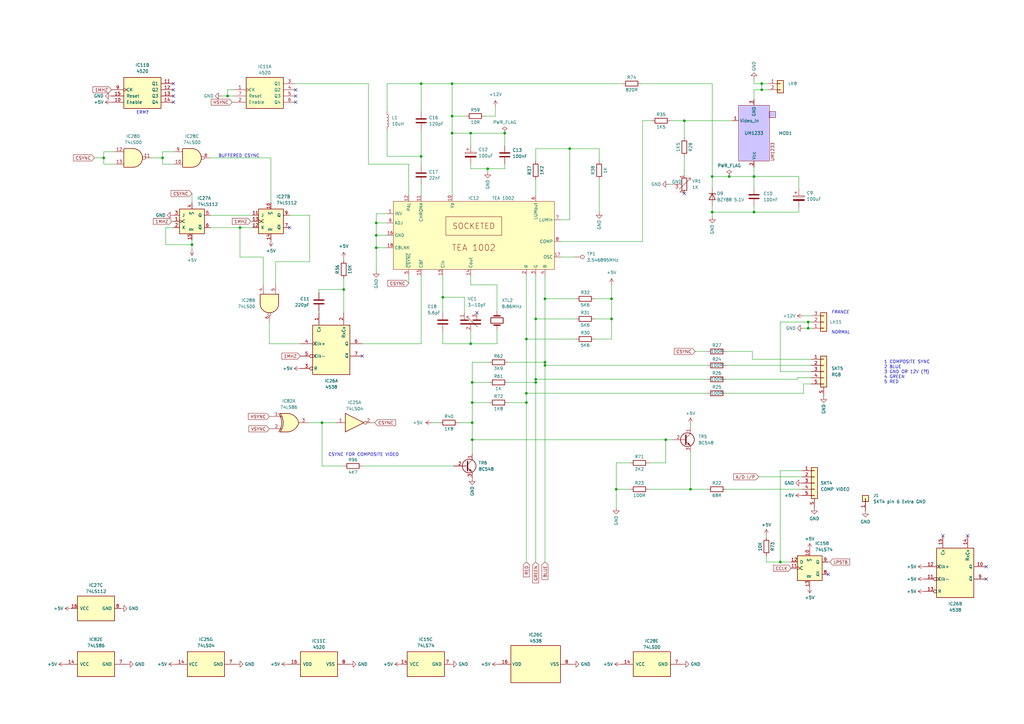
<source format=kicad_sch>
(kicad_sch (version 20230121) (generator eeschema)
  (paper "A3")
  (junction (at 132.08 173.355))
  (junction (at 299.085 72.39))
  (junction (at 219.71 156.845))
  (junction (at 181.61 121.92))
  (junction (at 185.42 34.29))
  (junction (at 193.675 156.845))
  (junction (at 219.71 130.81))
  (junction (at 172.72 34.29))
  (junction (at 223.52 148.59))
  (junction (at 154.305 96.52))
  (junction (at 250.825 130.81))
  (junction (at 283.21 200.66))
  (junction (at 320.04 230.505))
  (junction (at 66.675 64.77))
  (junction (at 215.9 165.1))
  (junction (at 312.42 36.83))
  (junction (at 193.04 140.97))
  (junction (at 250.825 122.555))
  (junction (at 223.52 149.86))
  (junction (at 193.675 173.355))
  (junction (at 215.9 139.065))
  (junction (at 309.245 72.39))
  (junction (at 215.9 161.29))
  (junction (at 200.025 69.215))
  (junction (at 78.74 100.33))
  (junction (at 193.675 165.1))
  (junction (at 331.47 134.62))
  (junction (at 154.305 101.6))
  (junction (at 331.47 132.08))
  (junction (at 185.42 47.625))
  (junction (at 193.04 54.61))
  (junction (at 219.71 155.575))
  (junction (at 223.52 122.555))
  (junction (at 154.305 91.44))
  (junction (at 207.01 54.61))
  (junction (at 93.345 39.37))
  (junction (at 292.1 72.39))
  (junction (at 233.68 60.96))
  (junction (at 312.42 34.29))
  (junction (at 193.675 180.34))
  (junction (at 273.05 180.34))
  (junction (at 252.73 200.66))
  (junction (at 309.245 86.995))
  (junction (at 172.72 64.135))
  (junction (at 98.425 93.345))
  (junction (at 185.42 54.61))
  (junction (at 280.67 49.53))
  (junction (at 140.97 118.745))
  (junction (at 292.1 86.995))
  (junction (at 42.545 64.77))
  (no_connect (at 118.745 93.345))
  (no_connect (at 280.67 79.375))
  (no_connect (at 386.715 219.71))
  (no_connect (at 148.59 146.05))
  (no_connect (at 396.875 219.71))
  (no_connect (at 121.285 41.91))
  (no_connect (at 71.12 34.29))
  (no_connect (at 339.725 235.585))
  (no_connect (at 404.495 237.49))
  (no_connect (at 195.58 128.27))
  (no_connect (at 71.12 39.37))
  (no_connect (at 71.12 36.83))
  (no_connect (at 121.285 39.37))
  (no_connect (at 121.285 36.83))
  (no_connect (at 71.12 41.91))
  (no_connect (at 404.495 232.41))
  (wire (pts (xy 297.815 200.66) (xy 328.93 200.66)))
  (wire (pts (xy 113.03 107.315) (xy 127 107.315)))
  (wire (pts (xy 62.23 64.77) (xy 66.675 64.77)))
  (wire (pts (xy 262.89 34.29) (xy 292.1 34.29)))
  (wire (pts (xy 208.28 165.1) (xy 215.9 165.1)))
  (wire (pts (xy 245.745 86.995) (xy 245.745 73.66)))
  (wire (pts (xy 309.245 72.39) (xy 327.66 72.39)))
  (wire (pts (xy 243.84 122.555) (xy 250.825 122.555)))
  (wire (pts (xy 309.245 68.58) (xy 309.245 72.39)))
  (wire (pts (xy 130.81 127.635) (xy 130.81 128.27)))
  (wire (pts (xy 111.125 64.77) (xy 111.125 83.185)))
  (wire (pts (xy 200.66 148.59) (xy 193.675 148.59)))
  (wire (pts (xy 193.675 156.845) (xy 200.66 156.845)))
  (wire (pts (xy 185.42 34.29) (xy 255.27 34.29)))
  (wire (pts (xy 193.675 165.1) (xy 200.66 165.1)))
  (wire (pts (xy 86.36 64.77) (xy 111.125 64.77)))
  (wire (pts (xy 252.73 200.66) (xy 252.73 208.28)))
  (wire (pts (xy 200.025 69.215) (xy 207.01 69.215)))
  (wire (pts (xy 219.71 66.04) (xy 219.71 60.96)))
  (wire (pts (xy 292.1 84.455) (xy 292.1 86.995)))
  (wire (pts (xy 193.04 140.97) (xy 181.61 140.97)))
  (wire (pts (xy 185.42 54.61) (xy 193.04 54.61)))
  (wire (pts (xy 140.97 114.3) (xy 140.97 118.745)))
  (wire (pts (xy 193.04 67.31) (xy 193.04 69.215)))
  (wire (pts (xy 132.08 173.355) (xy 132.08 191.135)))
  (wire (pts (xy 311.15 195.58) (xy 328.93 195.58)))
  (wire (pts (xy 154.305 91.44) (xy 154.305 96.52)))
  (wire (pts (xy 207.01 69.215) (xy 207.01 67.31)))
  (wire (pts (xy 292.1 86.995) (xy 309.245 86.995)))
  (wire (pts (xy 320.04 230.505) (xy 314.325 230.505)))
  (wire (pts (xy 193.675 148.59) (xy 193.675 156.845)))
  (wire (pts (xy 110.49 140.97) (xy 123.19 140.97)))
  (wire (pts (xy 250.825 130.81) (xy 250.825 122.555)))
  (wire (pts (xy 193.04 69.215) (xy 200.025 69.215)))
  (wire (pts (xy 283.21 185.42) (xy 283.21 200.66)))
  (wire (pts (xy 309.245 84.455) (xy 309.245 86.995)))
  (wire (pts (xy 107.95 105.41) (xy 98.425 105.41)))
  (wire (pts (xy 219.71 130.81) (xy 219.71 113.03)))
  (wire (pts (xy 320.04 193.04) (xy 320.04 230.505)))
  (wire (pts (xy 331.47 132.08) (xy 331.47 134.62)))
  (wire (pts (xy 172.72 64.135) (xy 172.72 67.945)))
  (wire (pts (xy 172.72 75.565) (xy 172.72 80.01)))
  (wire (pts (xy 215.9 165.1) (xy 215.9 230.505)))
  (wire (pts (xy 185.42 47.625) (xy 185.42 54.61)))
  (wire (pts (xy 312.42 34.29) (xy 314.96 34.29)))
  (wire (pts (xy 236.22 122.555) (xy 223.52 122.555)))
  (wire (pts (xy 236.22 139.065) (xy 215.9 139.065)))
  (wire (pts (xy 329.565 129.54) (xy 332.74 129.54)))
  (wire (pts (xy 258.445 189.865) (xy 252.73 189.865)))
  (wire (pts (xy 233.68 90.17) (xy 229.87 90.17)))
  (wire (pts (xy 193.04 135.89) (xy 193.04 140.97)))
  (wire (pts (xy 158.75 53.34) (xy 158.75 64.135)))
  (wire (pts (xy 320.04 152.4) (xy 320.04 132.08)))
  (wire (pts (xy 193.04 54.61) (xy 193.04 59.69)))
  (wire (pts (xy 158.75 45.72) (xy 158.75 34.29)))
  (wire (pts (xy 190.5 128.27) (xy 190.5 121.92)))
  (wire (pts (xy 309.245 34.29) (xy 312.42 34.29)))
  (wire (pts (xy 95.25 41.91) (xy 95.885 41.91)))
  (wire (pts (xy 297.815 149.86) (xy 332.74 149.86)))
  (wire (pts (xy 233.68 60.96) (xy 245.745 60.96)))
  (wire (pts (xy 38.735 64.77) (xy 42.545 64.77)))
  (wire (pts (xy 193.04 113.03) (xy 193.04 116.84)))
  (wire (pts (xy 42.545 67.31) (xy 42.545 64.77)))
  (wire (pts (xy 130.81 120.015) (xy 130.81 118.745)))
  (wire (pts (xy 235.585 105.41) (xy 229.87 105.41)))
  (wire (pts (xy 328.93 193.04) (xy 320.04 193.04)))
  (wire (pts (xy 127 107.315) (xy 127 88.265)))
  (wire (pts (xy 273.05 180.34) (xy 275.59 180.34)))
  (wire (pts (xy 113.03 116.84) (xy 113.03 107.315)))
  (wire (pts (xy 158.75 87.63) (xy 154.305 87.63)))
  (wire (pts (xy 90.805 39.37) (xy 93.345 39.37)))
  (wire (pts (xy 236.22 130.81) (xy 219.71 130.81)))
  (wire (pts (xy 86.36 93.345) (xy 98.425 93.345)))
  (wire (pts (xy 185.42 54.61) (xy 185.42 80.01)))
  (wire (pts (xy 198.755 47.625) (xy 203.2 47.625)))
  (wire (pts (xy 126.365 173.355) (xy 132.08 173.355)))
  (wire (pts (xy 215.9 139.065) (xy 215.9 161.29)))
  (wire (pts (xy 151.13 67.31) (xy 167.64 67.31)))
  (wire (pts (xy 243.84 130.81) (xy 250.825 130.81)))
  (wire (pts (xy 190.5 121.92) (xy 181.61 121.92)))
  (wire (pts (xy 193.675 156.845) (xy 193.675 165.1)))
  (wire (pts (xy 172.72 140.97) (xy 172.72 113.03)))
  (wire (pts (xy 177.165 173.355) (xy 180.34 173.355)))
  (wire (pts (xy 297.815 155.575) (xy 327.025 155.575)))
  (wire (pts (xy 207.01 54.61) (xy 207.01 59.69)))
  (wire (pts (xy 98.425 93.345) (xy 103.505 93.345)))
  (wire (pts (xy 273.05 189.865) (xy 266.065 189.865)))
  (wire (pts (xy 203.835 140.97) (xy 193.04 140.97)))
  (wire (pts (xy 121.285 34.29) (xy 151.13 34.29)))
  (wire (pts (xy 193.675 180.34) (xy 273.05 180.34)))
  (wire (pts (xy 285.115 144.145) (xy 290.195 144.145)))
  (wire (pts (xy 280.67 49.53) (xy 280.67 56.515)))
  (wire (pts (xy 172.72 34.29) (xy 172.72 45.72)))
  (wire (pts (xy 193.04 54.61) (xy 207.01 54.61)))
  (wire (pts (xy 140.97 118.745) (xy 140.97 128.27)))
  (wire (pts (xy 187.96 173.355) (xy 193.675 173.355)))
  (wire (pts (xy 78.74 100.33) (xy 78.74 102.235)))
  (wire (pts (xy 46.99 67.31) (xy 42.545 67.31)))
  (wire (pts (xy 219.71 155.575) (xy 219.71 130.81)))
  (wire (pts (xy 208.28 156.845) (xy 219.71 156.845)))
  (wire (pts (xy 283.21 200.66) (xy 290.195 200.66)))
  (wire (pts (xy 312.42 36.83) (xy 314.96 36.83)))
  (wire (pts (xy 127 88.265) (xy 118.745 88.265)))
  (wire (pts (xy 327.025 155.575) (xy 327.025 154.94)))
  (wire (pts (xy 219.71 156.845) (xy 219.71 155.575)))
  (wire (pts (xy 172.72 34.29) (xy 185.42 34.29)))
  (wire (pts (xy 309.245 36.83) (xy 312.42 36.83)))
  (wire (pts (xy 203.2 47.625) (xy 203.2 43.815)))
  (wire (pts (xy 329.565 157.48) (xy 332.74 157.48)))
  (wire (pts (xy 154.305 87.63) (xy 154.305 91.44)))
  (wire (pts (xy 314.325 227.965) (xy 314.325 230.505)))
  (wire (pts (xy 42.545 62.23) (xy 46.99 62.23)))
  (wire (pts (xy 263.525 99.06) (xy 263.525 49.53)))
  (wire (pts (xy 181.61 135.89) (xy 181.61 140.97)))
  (wire (pts (xy 67.945 100.33) (xy 67.945 93.345)))
  (wire (pts (xy 309.245 86.995) (xy 327.66 86.995)))
  (wire (pts (xy 167.64 116.205) (xy 167.64 113.03)))
  (wire (pts (xy 66.675 67.31) (xy 66.675 64.77)))
  (wire (pts (xy 250.825 139.065) (xy 250.825 130.81)))
  (wire (pts (xy 215.9 161.29) (xy 290.195 161.29)))
  (wire (pts (xy 181.61 113.03) (xy 181.61 121.92)))
  (wire (pts (xy 297.815 161.29) (xy 329.565 161.29)))
  (wire (pts (xy 215.9 113.03) (xy 215.9 139.065)))
  (wire (pts (xy 324.485 230.505) (xy 320.04 230.505)))
  (wire (pts (xy 148.59 140.97) (xy 172.72 140.97)))
  (wire (pts (xy 320.04 132.08) (xy 331.47 132.08)))
  (wire (pts (xy 102.87 90.805) (xy 103.505 90.805)))
  (wire (pts (xy 312.42 34.29) (xy 312.42 36.83)))
  (wire (pts (xy 215.9 161.29) (xy 215.9 165.1)))
  (wire (pts (xy 186.055 191.135) (xy 148.59 191.135)))
  (wire (pts (xy 153.67 173.355) (xy 153.035 173.355)))
  (wire (pts (xy 71.12 67.31) (xy 66.675 67.31)))
  (wire (pts (xy 70.485 90.805) (xy 71.12 90.805)))
  (wire (pts (xy 200.025 70.485) (xy 200.025 69.215)))
  (wire (pts (xy 78.74 98.425) (xy 78.74 100.33)))
  (wire (pts (xy 167.64 67.31) (xy 167.64 80.01)))
  (wire (pts (xy 329.565 161.29) (xy 329.565 157.48)))
  (wire (pts (xy 219.71 80.01) (xy 219.71 73.66)))
  (wire (pts (xy 154.305 91.44) (xy 158.75 91.44)))
  (wire (pts (xy 327.66 72.39) (xy 327.66 77.47)))
  (wire (pts (xy 193.04 116.84) (xy 203.835 116.84)))
  (wire (pts (xy 172.72 53.34) (xy 172.72 64.135)))
  (wire (pts (xy 154.305 101.6) (xy 158.75 101.6)))
  (wire (pts (xy 309.245 34.29) (xy 309.245 32.385)))
  (wire (pts (xy 93.345 39.37) (xy 95.885 39.37)))
  (wire (pts (xy 223.52 149.86) (xy 223.52 230.505)))
  (wire (pts (xy 181.61 121.92) (xy 181.61 128.27)))
  (wire (pts (xy 132.08 191.135) (xy 140.97 191.135)))
  (wire (pts (xy 219.71 156.845) (xy 219.71 230.505)))
  (wire (pts (xy 110.49 175.895) (xy 111.125 175.895)))
  (wire (pts (xy 151.13 34.29) (xy 151.13 67.31)))
  (wire (pts (xy 66.675 62.23) (xy 71.12 62.23)))
  (wire (pts (xy 250.825 122.555) (xy 250.825 116.84)))
  (wire (pts (xy 327.025 154.94) (xy 332.74 154.94)))
  (wire (pts (xy 158.75 34.29) (xy 172.72 34.29)))
  (wire (pts (xy 219.71 155.575) (xy 290.195 155.575)))
  (wire (pts (xy 245.745 60.96) (xy 245.745 66.04)))
  (wire (pts (xy 243.84 139.065) (xy 250.825 139.065)))
  (wire (pts (xy 292.1 72.39) (xy 292.1 76.835)))
  (wire (pts (xy 252.73 189.865) (xy 252.73 200.66)))
  (wire (pts (xy 283.21 173.99) (xy 283.21 175.26)))
  (wire (pts (xy 223.52 148.59) (xy 223.52 122.555)))
  (wire (pts (xy 320.04 152.4) (xy 332.74 152.4)))
  (wire (pts (xy 203.835 116.84) (xy 203.835 127.635)))
  (wire (pts (xy 78.74 100.33) (xy 67.945 100.33)))
  (wire (pts (xy 266.065 200.66) (xy 283.21 200.66)))
  (wire (pts (xy 331.47 132.08) (xy 332.74 132.08)))
  (wire (pts (xy 331.47 134.62) (xy 332.74 134.62)))
  (wire (pts (xy 193.675 173.355) (xy 193.675 180.34)))
  (wire (pts (xy 98.425 105.41) (xy 98.425 93.345)))
  (wire (pts (xy 329.565 134.62) (xy 331.47 134.62)))
  (wire (pts (xy 95.885 36.83) (xy 93.345 36.83)))
  (wire (pts (xy 297.815 144.145) (xy 308.61 144.145)))
  (wire (pts (xy 193.675 186.055) (xy 193.675 180.34)))
  (wire (pts (xy 252.73 200.66) (xy 258.445 200.66)))
  (wire (pts (xy 299.085 72.39) (xy 292.1 72.39)))
  (wire (pts (xy 185.42 34.29) (xy 185.42 47.625)))
  (wire (pts (xy 308.61 144.145) (xy 308.61 147.32)))
  (wire (pts (xy 110.49 140.97) (xy 110.49 132.08)))
  (wire (pts (xy 130.81 118.745) (xy 140.97 118.745)))
  (wire (pts (xy 292.1 34.29) (xy 292.1 72.39)))
  (wire (pts (xy 208.28 148.59) (xy 223.52 148.59)))
  (wire (pts (xy 308.61 147.32) (xy 332.74 147.32)))
  (wire (pts (xy 132.08 173.355) (xy 137.795 173.355)))
  (wire (pts (xy 203.835 135.255) (xy 203.835 140.97)))
  (wire (pts (xy 140.97 106.045) (xy 140.97 106.68)))
  (wire (pts (xy 223.52 148.59) (xy 223.52 149.86)))
  (wire (pts (xy 309.245 72.39) (xy 309.245 76.835)))
  (wire (pts (xy 78.74 79.375) (xy 78.74 83.185)))
  (wire (pts (xy 154.305 101.6) (xy 154.305 111.125)))
  (wire (pts (xy 154.305 96.52) (xy 154.305 101.6)))
  (wire (pts (xy 110.49 170.815) (xy 111.125 170.815)))
  (wire (pts (xy 67.945 93.345) (xy 71.12 93.345)))
  (wire (pts (xy 219.71 60.96) (xy 233.68 60.96)))
  (wire (pts (xy 229.87 99.06) (xy 263.525 99.06)))
  (wire (pts (xy 233.68 60.96) (xy 233.68 90.17)))
  (wire (pts (xy 309.245 72.39) (xy 299.085 72.39)))
  (wire (pts (xy 314.325 219.71) (xy 314.325 220.345)))
  (wire (pts (xy 154.305 96.52) (xy 158.75 96.52)))
  (wire (pts (xy 274.955 49.53) (xy 280.67 49.53)))
  (wire (pts (xy 327.66 85.09) (xy 327.66 86.995)))
  (wire (pts (xy 191.135 47.625) (xy 185.42 47.625)))
  (wire (pts (xy 340.36 230.505) (xy 339.725 230.505)))
  (wire (pts (xy 280.67 49.53) (xy 300.355 49.53)))
  (wire (pts (xy 292.1 88.9) (xy 292.1 86.995)))
  (wire (pts (xy 280.67 64.135) (xy 280.67 71.755)))
  (wire (pts (xy 107.95 116.84) (xy 107.95 105.41)))
  (wire (pts (xy 193.675 165.1) (xy 193.675 173.355)))
  (wire (pts (xy 309.245 36.83) (xy 309.245 40.64)))
  (wire (pts (xy 223.52 122.555) (xy 223.52 113.03)))
  (wire (pts (xy 263.525 49.53) (xy 267.335 49.53)))
  (wire (pts (xy 93.345 36.83) (xy 93.345 39.37)))
  (wire (pts (xy 290.195 149.86) (xy 223.52 149.86)))
  (wire (pts (xy 42.545 64.77) (xy 42.545 62.23)))
  (wire (pts (xy 66.675 64.77) (xy 66.675 62.23)))
  (wire (pts (xy 274.32 75.565) (xy 275.59 75.565)))
  (wire (pts (xy 273.05 180.34) (xy 273.05 189.865)))
  (wire (pts (xy 86.36 88.265) (xy 103.505 88.265)))
  (wire (pts (xy 158.75 64.135) (xy 172.72 64.135)))
  (text "1 COMPOSITE SYNC\n2 BLUE\n3 GND OR 12V (?!)\n4 GREEN\n5 RED" (at 362.585 157.48 0) (effects (font (size 1.27 1.27)) (justify left bottom)))
  (text "BUFFERED CSYNC" (at 89.535 64.77 0) (effects (font (size 1.27 1.27)) (justify left bottom)))
  (text "FRANCE" (at 340.995 128.905 0) (effects (font (size 1.27 1.27) italic) (justify left bottom)))
  (text "NORMAL" (at 340.995 137.16 0) (effects (font (size 1.27 1.27)) (justify left bottom)))
  (text "CSYNC FOR COMPOSITE VIDEO" (at 134.62 187.325 0) (effects (font (size 1.27 1.27)) (justify left bottom)))
  (text "ERM?" (at 55.88 46.99 0) (effects (font (size 1.27 1.27)) (justify left bottom)))
  (global_label "HSYNC" (shape input) (at 95.25 41.91 180) (property "Intersheetrefs" "${INTERSHEET_REFS}" (effects hide)))
  (global_label "A{slash}D I{slash}P" (shape input) (at 311.15 195.58 180) (property "Intersheetrefs" "${INTERSHEET_REFS}" (effects hide)))
  (global_label "CSYNC" (shape input) (at 153.67 173.355 0) (property "Intersheetrefs" "${INTERSHEET_REFS}" (effects hide)))
  (global_label "GREEN" (shape input) (at 219.71 230.505 270) (property "Intersheetrefs" "${INTERSHEET_REFS}" (effects hide)))
  (global_label "1MHZ" (shape input) (at 70.485 90.805 180) (property "Intersheetrefs" "${INTERSHEET_REFS}" (effects hide)))
  (global_label "1MHZ" (shape input) (at 45.72 36.83 180) (property "Intersheetrefs" "${INTERSHEET_REFS}" (effects hide)))
  (global_label "CSYNC" (shape input) (at 167.64 116.205 180) (property "Intersheetrefs" "${INTERSHEET_REFS}" (effects hide)))
  (global_label "1MHZ" (shape input) (at 123.19 146.05 180) (property "Intersheetrefs" "${INTERSHEET_REFS}" (effects hide)))
  (global_label "CSYNC" (shape input) (at 78.74 79.375 180) (property "Intersheetrefs" "${INTERSHEET_REFS}" (effects hide)))
  (global_label "RED" (shape input) (at 215.9 230.505 270) (property "Intersheetrefs" "${INTERSHEET_REFS}" (effects hide)))
  (global_label "CCLK" (shape input) (at 324.485 233.045 180) (property "Intersheetrefs" "${INTERSHEET_REFS}" (effects hide)))
  (global_label "VSYNC" (shape input) (at 110.49 175.895 180) (property "Intersheetrefs" "${INTERSHEET_REFS}" (effects hide)))
  (global_label "BLUE" (shape input) (at 223.52 230.505 270) (property "Intersheetrefs" "${INTERSHEET_REFS}" (effects hide)))
  (global_label "LPSTB" (shape input) (at 340.36 230.505 0) (property "Intersheetrefs" "${INTERSHEET_REFS}" (effects hide)))
  (global_label "HSYNC" (shape input) (at 110.49 170.815 180) (property "Intersheetrefs" "${INTERSHEET_REFS}" (effects hide)))
  (global_label "1MHZ" (shape input) (at 102.87 90.805 180) (property "Intersheetrefs" "${INTERSHEET_REFS}" (effects hide)))
  (global_label "CSYNC" (shape input) (at 38.735 64.77 180) (property "Intersheetrefs" "${INTERSHEET_REFS}" (effects hide)))
  (global_label "CSYNC" (shape input) (at 285.115 144.145 180) (property "Intersheetrefs" "${INTERSHEET_REFS}" (effects hide)))
  (symbol (lib_id "power:+5V") (at 111.125 98.425 180) (unit 1)
    (property "Reference" "#PWR0270" (effects hide))
    (property "Value" "+5V" (at 111.125 102.87 0))
    (instances (project "lynx96" (path "" (reference "#PWR0270") (unit 1))) (project "lynx128" (path "" (reference "#PWR015") (unit 1)) (path "" (reference "#PWR088") (unit 1)) (path "" (reference "#PWR0165") (unit 1)) (path "" (reference "#PWR0197") (unit 1)) (path "" (reference "#PWR0197") (unit 1)) (path "" (reference "#PWR0237") (unit 1)) (path "" (reference "#PWR0258") (unit 1))))
  )
  (symbol (lib_id "4xxx:4520") (at 108.585 36.83 0) (unit 1)
    (property "Reference" "IC11" (at 108.585 27.305 0))
    (property "Value" "4520" (at 108.585 29.845 0))
    (property "Footprint" "96K-Lynx:DIP-16_W7.62mm" (effects hide))
    (property "Datasheet" "http://www.intersil.com/content/dam/Intersil/documents/cd45/cd4518bms-20bms.pdf" (effects hide))
  )
  (symbol (lib_id "power:GND") (at 184.785 272.415 90) (unit 1)
    (property "Reference" "#PWR056" (effects hide))
    (property "Value" "GND" (at 187.9772 272.415 90) (effects (justify right)))
    (instances (project "lynx96" (path "" (reference "#PWR056") (unit 1)) (path "" (reference "#PWR081") (unit 1))) (project "lynx128" (path "" (reference "#PWR025") (unit 1))))
  )
  (symbol (lib_id "Device:R") (at 194.945 47.625 270) (mirror x) (unit 1)
    (property "Reference" "R59" (at 194.945 45.085 90))
    (property "Value" "10R" (at 194.945 50.165 90))
    (property "Footprint" "96K-Lynx:Resistor 10.16mm" (effects hide))
    (instances (project "lynx96" (path "" (reference "R59") (unit 1))) (project "lynx128" (path "" (reference "R57") (unit 1)) (path "" (reference "R75") (unit 1)) (path "" (reference "R73") (unit 1)) (path "" (reference "R65") (unit 1)) (path "" (reference "R56") (unit 1))))
  )
  (symbol (lib_id "power:GND") (at 71.12 88.265 270) (mirror x) (unit 1)
    (property "Reference" "#PWR0272" (effects hide))
    (property "Value" "GND" (at 67.945 88.265 90) (effects (justify right)))
    (instances (project "lynx96" (path "" (reference "#PWR0272") (unit 1))) (project "lynx128" (path "" (reference "#PWR040") (unit 1)) (path "" (reference "#PWR0203") (unit 1)) (path "" (reference "#PWR051") (unit 1)) (path "" (reference "#PWR087") (unit 1)) (path "" (reference "#PWR0117") (unit 1)) (path "" (reference "#PWR0182") (unit 1)) (path "" (reference "#PWR0204") (unit 1)) (path "" (reference "#PWR0251") (unit 1))))
  )
  (symbol (lib_id "power:GND") (at 97.155 272.415 90) (unit 1)
    (property "Reference" "#PWR056" (effects hide))
    (property "Value" "GND" (at 100.3472 272.415 90) (effects (justify right)))
    (instances (project "lynx96" (path "" (reference "#PWR056") (unit 1)) (path "" (reference "#PWR077") (unit 1))) (project "lynx128" (path "" (reference "#PWR025") (unit 1))))
  )
  (symbol (lib_id "power:+5V") (at 332.105 225.425 0) (unit 1)
    (property "Reference" "#PWR063" (effects hide))
    (property "Value" "+5V" (at 332.105 220.98 0))
    (instances (project "lynx96" (path "" (reference "#PWR063") (unit 1)) (path "" (reference "#PWR084") (unit 1))) (project "lynx128" (path "" (reference "#PWR024") (unit 1))))
  )
  (symbol (lib_id "power:+5V") (at 379.095 242.57 90) (unit 1)
    (property "Reference" "#PWR0260" (effects hide))
    (property "Value" "+5V" (at 375.92 242.57 90) (effects (justify left)))
    (instances (project "lynx96" (path "" (reference "#PWR0260") (unit 1))) (project "lynx128" (path "" (reference "#PWR015") (unit 1)) (path "" (reference "#PWR088") (unit 1)) (path "" (reference "#PWR0165") (unit 1)) (path "" (reference "#PWR0197") (unit 1)) (path "" (reference "#PWR0197") (unit 1)) (path "" (reference "#PWR0237") (unit 1)) (path "" (reference "#PWR0258") (unit 1))))
  )
  (symbol (lib_id "Device:C_Trim_Differential") (at 193.04 132.08 0) (unit 1)
    (property "Reference" "VC1" (at 191.77 122.555 0) (effects (justify left)))
    (property "Value" "3-10pF" (at 191.77 125.095 0) (effects (justify left)))
    (property "Footprint" "96K-Lynx:VC1 Trimmer" (effects hide))
    (instances (project "lynx96" (path "" (reference "VC1") (unit 1))) (project "lynx128" (path "" (reference "CV1") (unit 1))))
  )
  (symbol (lib_id "4xxx:4520") (at 130.81 272.415 90) (unit 3)
    (property "Reference" "IC11" (at 130.81 262.89 90))
    (property "Value" "4520" (at 130.81 265.43 90))
    (property "Footprint" "96K-Lynx:DIP-16_W7.62mm" (effects hide))
    (property "Datasheet" "http://www.intersil.com/content/dam/Intersil/documents/cd45/cd4518bms-20bms.pdf" (effects hide))
  )
  (symbol (lib_id "Transistor_BJT:BC548") (at 280.67 180.34 0) (unit 1)
    (property "Reference" "TR5" (at 286.385 179.07 0) (effects (justify left)))
    (property "Value" "BC548" (at 286.385 181.61 0) (effects (justify left)))
    (property "Footprint" "96K-Lynx:Transistor" (effects hide))
    (property "Datasheet" "https://www.onsemi.com/pub/Collateral/BC550-D.pdf" (effects hide))
    (instances (project "lynx96" (path "" (reference "TR5") (unit 1))) (project "lynx128" (path "" (reference "TR6") (unit 1))))
  )
  (symbol (lib_id "power:+5V") (at 164.465 272.415 90) (unit 1)
    (property "Reference" "#PWR063" (effects hide))
    (property "Value" "+5V" (at 161.29 272.415 90) (effects (justify left)))
    (instances (project "lynx96" (path "" (reference "#PWR063") (unit 1)) (path "" (reference "#PWR082") (unit 1))) (project "lynx128" (path "" (reference "#PWR024") (unit 1))))
  )
  (symbol (lib_id "74xx:74LS00") (at 267.335 272.415 90) (unit 5)
    (property "Reference" "IC28" (at 267.335 262.89 90))
    (property "Value" "74LS00" (at 267.335 265.43 90))
    (property "Footprint" "96K-Lynx:DIP-14_W7.62mm" (effects hide))
    (property "Datasheet" "http://www.ti.com/lit/gpn/sn74ls00" (effects hide))
  )
  (symbol (lib_id "LYNX:DIN5") (at 334.01 198.12 0) (unit 1)
    (property "Reference" "SKT4" (at 336.55 198.12 0) (effects (justify left)))
    (property "Value" "COMP VIDEO" (at 336.55 200.66 0) (effects (justify left)))
    (property "Footprint" "96K-Lynx:SKT5" (effects hide))
    (instances (project "lynx96" (path "" (reference "SKT4") (unit 1))) (project "lynx128" (path "" (reference "SKT3") (unit 1)) (path "" (reference "SKT4") (unit 1))))
  )
  (symbol (lib_id "power:GND") (at 193.675 196.215 0) (mirror y) (unit 1)
    (property "Reference" "#PWR0246" (effects hide))
    (property "Value" "GND" (at 193.675 199.39 90) (effects (justify right)))
    (instances (project "lynx96" (path "" (reference "#PWR0246") (unit 1))) (project "lynx128" (path "" (reference "#PWR040") (unit 1)) (path "" (reference "#PWR0203") (unit 1)) (path "" (reference "#PWR051") (unit 1)) (path "" (reference "#PWR087") (unit 1)) (path "" (reference "#PWR0117") (unit 1)) (path "" (reference "#PWR0182") (unit 1)) (path "" (reference "#PWR0204") (unit 1)) (path "" (reference "#PWR0271") (unit 1))))
  )
  (symbol (lib_id "Device:R") (at 204.47 148.59 270) (mirror x) (unit 1)
    (property "Reference" "R62" (at 204.47 146.05 90))
    (property "Value" "3K9" (at 204.47 151.13 90))
    (property "Footprint" "96K-Lynx:Resistor 3.81mm" (effects hide))
    (instances (project "lynx96" (path "" (reference "R62") (unit 1))) (project "lynx128" (path "" (reference "R57") (unit 1)) (path "" (reference "R75") (unit 1)) (path "" (reference "R73") (unit 1)) (path "" (reference "R65") (unit 1)) (path "" (reference "R30") (unit 1))))
  )
  (symbol (lib_id "4xxx:4520") (at 58.42 36.83 0) (unit 2)
    (property "Reference" "IC11" (at 58.42 26.67 0))
    (property "Value" "4520" (at 58.42 29.21 0))
    (property "Footprint" "96K-Lynx:DIP-16_W7.62mm" (effects hide))
    (property "Datasheet" "http://www.intersil.com/content/dam/Intersil/documents/cd45/cd4518bms-20bms.pdf" (effects hide))
  )
  (symbol (lib_id "74xx:74LS74") (at 174.625 272.415 90) (unit 3)
    (property "Reference" "IC15" (at 174.625 262.255 90))
    (property "Value" "74LS74" (at 174.625 264.795 90))
    (property "Footprint" "96K-Lynx:DIP-14_W7.62mm" (effects hide))
    (property "Datasheet" "74xx/74hc_hct74.pdf" (effects hide))
  )
  (symbol (lib_id "power:+5V") (at 379.095 237.49 90) (unit 1)
    (property "Reference" "#PWR0262" (effects hide))
    (property "Value" "+5V" (at 375.92 237.49 90) (effects (justify left)))
    (instances (project "lynx96" (path "" (reference "#PWR0262") (unit 1))) (project "lynx128" (path "" (reference "#PWR015") (unit 1)) (path "" (reference "#PWR088") (unit 1)) (path "" (reference "#PWR0165") (unit 1)) (path "" (reference "#PWR0197") (unit 1)) (path "" (reference "#PWR0197") (unit 1)) (path "" (reference "#PWR0237") (unit 1)) (path "" (reference "#PWR0258") (unit 1))))
  )
  (symbol (lib_id "power:+5V") (at 118.11 272.415 90) (unit 1)
    (property "Reference" "#PWR063" (effects hide))
    (property "Value" "+5V" (at 114.935 272.415 90) (effects (justify left)))
    (instances (project "lynx96" (path "" (reference "#PWR063") (unit 1)) (path "" (reference "#PWR080") (unit 1))) (project "lynx128" (path "" (reference "#PWR024") (unit 1))))
  )
  (symbol (lib_id "4xxx:4538") (at 219.71 272.415 90) (unit 3)
    (property "Reference" "IC26" (at 219.71 260.35 90))
    (property "Value" "4538" (at 219.71 262.89 90))
    (property "Footprint" "96K-Lynx:DIP-16_W7.62mm" (effects hide))
    (property "Datasheet" "https://assets.nexperia.com/documents/data-sheet/HEF4538B.pdf" (effects hide))
  )
  (symbol (lib_id "power:GND") (at 245.745 86.995 0) (mirror y) (unit 1)
    (property "Reference" "#PWR0247" (effects hide))
    (property "Value" "GND" (at 245.745 90.17 90) (effects (justify right)))
    (instances (project "lynx96" (path "" (reference "#PWR0247") (unit 1))) (project "lynx128" (path "" (reference "#PWR040") (unit 1)) (path "" (reference "#PWR0203") (unit 1)) (path "" (reference "#PWR051") (unit 1)) (path "" (reference "#PWR087") (unit 1)) (path "" (reference "#PWR0117") (unit 1)) (path "" (reference "#PWR0182") (unit 1)) (path "" (reference "#PWR0236") (unit 1)) (path "" (reference "#PWR0254") (unit 1))))
  )
  (symbol (lib_id "power:GND") (at 45.72 39.37 270) (mirror x) (unit 1)
    (property "Reference" "#PWR0268" (effects hide))
    (property "Value" "GND" (at 42.545 39.37 90) (effects (justify right)))
    (instances (project "lynx96" (path "" (reference "#PWR0268") (unit 1))) (project "lynx128" (path "" (reference "#PWR040") (unit 1)) (path "" (reference "#PWR0203") (unit 1)) (path "" (reference "#PWR051") (unit 1)) (path "" (reference "#PWR087") (unit 1)) (path "" (reference "#PWR0117") (unit 1)) (path "" (reference "#PWR0182") (unit 1)) (path "" (reference "#PWR0204") (unit 1)) (path "" (reference "#PWR0271") (unit 1))))
  )
  (symbol (lib_id "Device:R") (at 245.745 69.85 0) (mirror y) (unit 1)
    (property "Reference" "R38" (at 243.205 69.85 90))
    (property "Value" "1K" (at 248.285 69.85 90))
    (property "Footprint" "96K-Lynx:Resistor 10.16mm" (effects hide))
    (instances (project "lynx96" (path "" (reference "R38") (unit 1))) (project "lynx128" (path "" (reference "R57") (unit 1)) (path "" (reference "R75") (unit 1)) (path "" (reference "R73") (unit 1)) (path "" (reference "R65") (unit 1)) (path "" (reference "R54") (unit 1))))
  )
  (symbol (lib_id "power:PWR_FLAG") (at 299.085 72.39 0) (unit 1)
    (property "Reference" "#FLG011" (effects hide))
    (property "Value" "PWR_FLAG" (at 299.085 67.945 0))
    (instances (project "lynx96" (path "" (reference "#FLG011") (unit 1))) (project "lynx128" (path "" (reference "#FLG07") (unit 1))))
  )
  (symbol (lib_id "Connector:TestPoint") (at 235.585 105.41 270) (unit 1)
    (property "Reference" "TP1" (at 240.665 104.14 90) (effects (justify left)))
    (property "Value" "3.546895MHz" (at 240.665 106.68 90) (effects (justify left)))
    (property "Footprint" "96K-Lynx:Test Point" (effects hide))
  )
  (symbol (lib_id "power:PWR_FLAG") (at 207.01 54.61 0) (unit 1)
    (property "Reference" "#FLG010" (effects hide))
    (property "Value" "PWR_FLAG" (at 207.01 50.165 0))
    (instances (project "lynx96" (path "" (reference "#FLG010") (unit 1))) (project "lynx128" (path "" (reference "#FLG06") (unit 1))))
  )
  (symbol (lib_id "power:+5V") (at 78.74 102.235 180) (unit 1)
    (property "Reference" "#PWR0271" (effects hide))
    (property "Value" "+5V" (at 78.74 106.68 0))
    (instances (project "lynx96" (path "" (reference "#PWR0271") (unit 1))) (project "lynx128" (path "" (reference "#PWR015") (unit 1)) (path "" (reference "#PWR088") (unit 1)) (path "" (reference "#PWR0165") (unit 1)) (path "" (reference "#PWR0197") (unit 1)) (path "" (reference "#PWR0197") (unit 1)) (path "" (reference "#PWR0237") (unit 1)) (path "" (reference "#PWR0258") (unit 1))))
  )
  (symbol (lib_id "LYNX:DIN5") (at 337.82 152.4 0) (unit 1)
    (property "Reference" "SKT5" (at 340.995 151.13 0) (effects (justify left)))
    (property "Value" "RGB" (at 340.995 153.67 0) (effects (justify left)))
    (property "Footprint" "96K-Lynx:SKT5" (effects hide))
    (instances (project "lynx96" (path "" (reference "SKT5") (unit 1))) (project "lynx128" (path "" (reference "SKT3") (unit 1)) (path "" (reference "SKT5") (unit 1))))
  )
  (symbol (lib_id "Device:Crystal") (at 203.835 131.445 270) (unit 1)
    (property "Reference" "XTL2" (at 205.74 123.19 90) (effects (justify left)))
    (property "Value" "8.86MHz" (at 205.74 125.73 90) (effects (justify left)))
    (property "Footprint" "96K-Lynx:5.08mm Misc - No Box" (effects hide))
    (instances (project "lynx96" (path "" (reference "XTL2") (unit 1))) (project "lynx128" (path "" (reference "XL1") (unit 1)) (path "" (reference "XL2") (unit 1))))
  )
  (symbol (lib_id "power:GND") (at 252.73 208.28 0) (mirror y) (unit 1)
    (property "Reference" "#PWR0249" (effects hide))
    (property "Value" "GND" (at 252.73 211.455 90) (effects (justify right)))
    (instances (project "lynx96" (path "" (reference "#PWR0249") (unit 1))) (project "lynx128" (path "" (reference "#PWR040") (unit 1)) (path "" (reference "#PWR0203") (unit 1)) (path "" (reference "#PWR051") (unit 1)) (path "" (reference "#PWR087") (unit 1)) (path "" (reference "#PWR0117") (unit 1)) (path "" (reference "#PWR0182") (unit 1)) (path "" (reference "#PWR0204") (unit 1)) (path "" (reference "#PWR0271") (unit 1))))
  )
  (symbol (lib_id "power:GND") (at 200.025 70.485 0) (mirror y) (unit 1)
    (property "Reference" "#PWR0244" (effects hide))
    (property "Value" "GND" (at 200.025 73.66 90) (effects (justify right)))
    (instances (project "lynx96" (path "" (reference "#PWR0244") (unit 1))) (project "lynx128" (path "" (reference "#PWR040") (unit 1)) (path "" (reference "#PWR0203") (unit 1)) (path "" (reference "#PWR051") (unit 1)) (path "" (reference "#PWR087") (unit 1)) (path "" (reference "#PWR0117") (unit 1)) (path "" (reference "#PWR0182") (unit 1)) (path "" (reference "#PWR0236") (unit 1)) (path "" (reference "#PWR0253") (unit 1))))
  )
  (symbol (lib_id "Device:R") (at 240.03 130.81 270) (mirror x) (unit 1)
    (property "Reference" "R31" (at 240.03 128.27 90))
    (property "Value" "5K6" (at 240.03 133.35 90))
    (property "Footprint" "96K-Lynx:Resistor 3.81mm" (effects hide))
    (instances (project "lynx96" (path "" (reference "R31") (unit 1))) (project "lynx128" (path "" (reference "R57") (unit 1)) (path "" (reference "R75") (unit 1)) (path "" (reference "R73") (unit 1)) (path "" (reference "R65") (unit 1)) (path "" (reference "R49") (unit 1))))
  )
  (symbol (lib_id "power:+5V") (at 314.325 219.71 0) (unit 1)
    (property "Reference" "#PWR085" (effects hide))
    (property "Value" "+5V" (at 314.325 215.265 0))
    (instances (project "lynx96" (path "" (reference "#PWR085") (unit 1))) (project "lynx128" (path "" (reference "#PWR015") (unit 1)) (path "" (reference "#PWR088") (unit 1)) (path "" (reference "#PWR0165") (unit 1)) (path "" (reference "#PWR0197") (unit 1)) (path "" (reference "#PWR0197") (unit 1)) (path "" (reference "#PWR0237") (unit 1)) (path "" (reference "#PWR0275") (unit 1))))
  )
  (symbol (lib_id "Device:R") (at 262.255 200.66 270) (mirror x) (unit 1)
    (property "Reference" "R23" (at 262.255 198.12 90))
    (property "Value" "100R" (at 262.255 203.2 90))
    (property "Footprint" "96K-Lynx:Resistor 10.16mm" (effects hide))
    (instances (project "lynx96" (path "" (reference "R23") (unit 1))) (project "lynx128" (path "" (reference "R57") (unit 1)) (path "" (reference "R75") (unit 1)) (path "" (reference "R73") (unit 1)) (path "" (reference "R65") (unit 1)) (path "" (reference "R27") (unit 1))))
  )
  (symbol (lib_id "power:GND") (at 143.51 272.415 90) (unit 1)
    (property "Reference" "#PWR056" (effects hide))
    (property "Value" "GND" (at 146.7022 272.415 90) (effects (justify right)))
    (instances (project "lynx96" (path "" (reference "#PWR056") (unit 1)) (path "" (reference "#PWR079") (unit 1))) (project "lynx128" (path "" (reference "#PWR025") (unit 1))))
  )
  (symbol (lib_id "LYNX:MODULATOR") (at 309.245 54.61 0) (unit 1)
    (property "Reference" "MOD1" (at 319.405 54.6655 0) (effects (justify left)))
    (property "Value" "UM1233" (at 309.245 54.61 0))
    (property "Footprint" "96K-Lynx:Modulator" (effects hide))
  )
  (symbol (lib_id "Device:R") (at 280.67 60.325 0) (mirror x) (unit 1)
    (property "Reference" "R28" (at 283.21 60.325 90))
    (property "Value" "1K5" (at 278.13 60.325 90))
    (property "Footprint" "96K-Lynx:Resistor R85" (effects hide))
    (instances (project "lynx96" (path "" (reference "R28") (unit 1))) (project "lynx128" (path "" (reference "R57") (unit 1)) (path "" (reference "R75") (unit 1)) (path "" (reference "R73") (unit 1)) (path "" (reference "R65") (unit 1)) (path "" (reference "R51") (unit 1))))
  )
  (symbol (lib_id "power:GND") (at 334.01 208.28 0) (unit 1)
    (property "Reference" "#PWR088" (effects hide))
    (property "Value" "GND" (at 334.01 212.725 0))
    (instances (project "lynx96" (path "" (reference "#PWR088") (unit 1))) (project "lynx128" (path "" (reference "#PWR045") (unit 1)) (path "" (reference "#PWR0220") (unit 1)) (path "" (reference "#PWR0272") (unit 1))))
  )
  (symbol (lib_id "74xx:74LS00") (at 54.61 64.77 0) (unit 4)
    (property "Reference" "IC28" (at 54.6017 55.88 0))
    (property "Value" "74LS00" (at 54.6017 58.42 0))
    (property "Footprint" "96K-Lynx:DIP-14_W7.62mm" (effects hide))
    (property "Datasheet" "http://www.ti.com/lit/gpn/sn74ls00" (effects hide))
  )
  (symbol (lib_id "74xx:74LS86") (at 39.37 272.415 90) (unit 5)
    (property "Reference" "IC82" (at 39.37 262.255 90))
    (property "Value" "74LS86" (at 39.37 264.795 90))
    (property "Footprint" "96K-Lynx:DIP-14_W7.62mm" (effects hide))
    (property "Datasheet" "74xx/74ls86.pdf" (effects hide))
  )
  (symbol (lib_id "Device:R") (at 314.325 224.155 0) (mirror x) (unit 1)
    (property "Reference" "R73" (at 316.865 224.155 90))
    (property "Value" "10K" (at 311.785 224.155 90))
    (property "Footprint" "96K-Lynx:Resistor 5.08mm" (effects hide))
    (instances (project "lynx96" (path "" (reference "R73") (unit 1))) (project "lynx128" (path "" (reference "R57") (unit 1)) (path "" (reference "R75") (unit 1)) (path "" (reference "R73") (unit 1)) (path "" (reference "R65") (unit 1)) (path "" (reference "R66") (unit 1))))
  )
  (symbol (lib_id "power:+5V") (at 328.93 203.2 90) (unit 1)
    (property "Reference" "#PWR087" (effects hide))
    (property "Value" "+5V" (at 325.755 203.2 90) (effects (justify left)))
    (instances (project "lynx96" (path "" (reference "#PWR087") (unit 1))) (project "lynx128" (path "" (reference "#PWR015") (unit 1)) (path "" (reference "#PWR088") (unit 1)) (path "" (reference "#PWR0165") (unit 1)) (path "" (reference "#PWR0197") (unit 1)) (path "" (reference "#PWR0197") (unit 1)) (path "" (reference "#PWR0237") (unit 1)) (path "" (reference "#PWR0273") (unit 1))))
  )
  (symbol (lib_id "74xx:74LS04") (at 84.455 272.415 90) (unit 7)
    (property "Reference" "IC25" (at 84.455 262.255 90))
    (property "Value" "74LS04" (at 84.455 264.795 90))
    (property "Footprint" "96K-Lynx:DIP-14_W7.62mm" (effects hide))
    (property "Datasheet" "http://www.ti.com/lit/gpn/sn74LS04" (effects hide))
  )
  (symbol (lib_id "Device:R") (at 140.97 110.49 0) (mirror y) (unit 1)
    (property "Reference" "R36" (at 138.43 110.49 90))
    (property "Value" "10K" (at 143.51 110.49 90))
    (property "Footprint" "96K-Lynx:Resistor 3.81mm" (effects hide))
    (instances (project "lynx96" (path "" (reference "R36") (unit 1))) (project "lynx128" (path "" (reference "R57") (unit 1)) (path "" (reference "R75") (unit 1)) (path "" (reference "R73") (unit 1)) (path "" (reference "R65") (unit 1)) (path "" (reference "R30") (unit 1))))
  )
  (symbol (lib_id "4xxx:4538") (at 391.795 234.95 0) (unit 2)
    (property "Reference" "IC26" (at 391.795 247.65 0))
    (property "Value" "4538" (at 391.795 250.19 0))
    (property "Footprint" "96K-Lynx:DIP-16_W7.62mm" (effects hide))
    (property "Datasheet" "https://assets.nexperia.com/documents/data-sheet/HEF4538B.pdf" (effects hide))
  )
  (symbol (lib_id "LYNX:VR1") (at 280.67 75.565 0) (unit 1)
    (property "Reference" "VR1" (at 283.845 74.295 0) (effects (justify left)))
    (property "Value" "1K" (at 283.845 76.835 0) (effects (justify left)))
    (property "Footprint" "96K-Lynx:VR1" (effects hide))
  )
  (symbol (lib_id "74xx:74LS112") (at 39.37 249.555 90) (unit 3)
    (property "Reference" "IC27" (at 39.37 240.03 90))
    (property "Value" "74LS112" (at 39.37 242.57 90))
    (property "Footprint" "96K-Lynx:DIP-16_W7.62mm" (effects hide))
    (property "Datasheet" "http://www.ti.com/lit/gpn/sn74LS112" (effects hide))
  )
  (symbol (lib_id "power:+5V") (at 332.105 240.665 180) (unit 1)
    (property "Reference" "#PWR063" (effects hide))
    (property "Value" "+5V" (at 332.105 245.11 0))
    (instances (project "lynx96" (path "" (reference "#PWR063") (unit 1)) (path "" (reference "#PWR083") (unit 1))) (project "lynx128" (path "" (reference "#PWR024") (unit 1))))
  )
  (symbol (lib_id "power:+5V") (at 250.825 116.84 0) (unit 1)
    (property "Reference" "#PWR0248" (effects hide))
    (property "Value" "+5V" (at 250.825 111.76 0))
    (instances (project "lynx96" (path "" (reference "#PWR0248") (unit 1))) (project "lynx128" (path "" (reference "#PWR015") (unit 1)) (path "" (reference "#PWR088") (unit 1)) (path "" (reference "#PWR0165") (unit 1)) (path "" (reference "#PWR0197") (unit 1)) (path "" (reference "#PWR0197") (unit 1)) (path "" (reference "#PWR0237") (unit 1)) (path "" (reference "#PWR0258") (unit 1))))
  )
  (symbol (lib_id "LYNX:TEA1002") (at 194.31 96.52 0) (unit 1)
    (property "Reference" "IC12" (at 194.31 81.28 0))
    (property "Value" "TEA 1002" (at 206.375 81.28 0))
    (property "Footprint" "96K-Lynx:DIP-18_W7.62mm" (effects hide))
    (instances (project "lynx96" (path "" (reference "IC12") (unit 1))) (project "lynx128" (path "" (reference "IC10") (unit 1))))
  )
  (symbol (lib_id "4xxx:4538") (at 135.89 143.51 0) (unit 1)
    (property "Reference" "IC26" (at 135.89 156.21 0))
    (property "Value" "4538" (at 135.89 158.75 0))
    (property "Footprint" "96K-Lynx:DIP-16_W7.62mm" (effects hide))
    (property "Datasheet" "https://assets.nexperia.com/documents/data-sheet/HEF4538B.pdf" (effects hide))
  )
  (symbol (lib_id "Connector_Generic:Conn_01x01") (at 354.965 204.47 90) (unit 1)
    (property "Reference" "J1" (at 358.14 203.2 90) (effects (justify right)))
    (property "Value" "SKT4 pin 6 Extra GND" (at 358.14 205.74 90) (effects (justify right)))
    (property "Footprint" "96K-Lynx:Pin" (effects hide))
  )
  (symbol (lib_id "Device:R") (at 262.255 189.865 270) (mirror x) (unit 1)
    (property "Reference" "R71" (at 262.255 187.325 90))
    (property "Value" "2K2" (at 262.255 192.405 90))
    (property "Footprint" "96K-Lynx:Resistor R12" (effects hide))
    (instances (project "lynx96" (path "" (reference "R71") (unit 1))) (project "lynx128" (path "" (reference "R57") (unit 1)) (path "" (reference "R75") (unit 1)) (path "" (reference "R73") (unit 1)) (path "" (reference "R65") (unit 1)) (path "" (reference "R46") (unit 1))))
  )
  (symbol (lib_id "power:GND") (at 154.305 111.125 0) (mirror y) (unit 1)
    (property "Reference" "#PWR0242" (effects hide))
    (property "Value" "GND" (at 154.305 114.3 90) (effects (justify right)))
    (instances (project "lynx96" (path "" (reference "#PWR0242") (unit 1))) (project "lynx128" (path "" (reference "#PWR040") (unit 1)) (path "" (reference "#PWR0203") (unit 1)) (path "" (reference "#PWR051") (unit 1)) (path "" (reference "#PWR087") (unit 1)) (path "" (reference "#PWR0117") (unit 1)) (path "" (reference "#PWR0182") (unit 1)) (path "" (reference "#PWR0204") (unit 1)) (path "" (reference "#PWR0251") (unit 1))))
  )
  (symbol (lib_id "Device:R") (at 144.78 191.135 90) (unit 1)
    (property "Reference" "R96" (at 144.78 188.595 90))
    (property "Value" "4K7" (at 144.78 193.675 90))
    (property "Footprint" "96K-Lynx:Resistor 3.81mm" (effects hide))
    (instances (project "lynx96" (path "" (reference "R96") (unit 1)) (path "" (reference "R85") (unit 1)) (path "" (reference "R39") (unit 1))) (project "lynx128" (path "" (reference "R60") (unit 1))))
  )
  (symbol (lib_id "Device:R") (at 219.71 69.85 0) (mirror y) (unit 1)
    (property "Reference" "R37" (at 217.17 69.85 90))
    (property "Value" "1K2" (at 222.25 69.85 90))
    (property "Footprint" "96K-Lynx:Resistor 10.16mm" (effects hide))
    (instances (project "lynx96" (path "" (reference "R37") (unit 1))) (project "lynx128" (path "" (reference "R57") (unit 1)) (path "" (reference "R75") (unit 1)) (path "" (reference "R73") (unit 1)) (path "" (reference "R65") (unit 1)) (path "" (reference "R55") (unit 1))))
  )
  (symbol (lib_id "power:GND") (at 90.805 39.37 270) (mirror x) (unit 1)
    (property "Reference" "#PWR0267" (effects hide))
    (property "Value" "GND" (at 87.63 39.37 90) (effects (justify right)))
    (instances (project "lynx96" (path "" (reference "#PWR0267") (unit 1))) (project "lynx128" (path "" (reference "#PWR040") (unit 1)) (path "" (reference "#PWR0203") (unit 1)) (path "" (reference "#PWR051") (unit 1)) (path "" (reference "#PWR087") (unit 1)) (path "" (reference "#PWR0117") (unit 1)) (path "" (reference "#PWR0182") (unit 1)) (path "" (reference "#PWR0204") (unit 1)) (path "" (reference "#PWR0271") (unit 1))))
  )
  (symbol (lib_id "Device:R") (at 240.03 139.065 270) (mirror x) (unit 1)
    (property "Reference" "R30" (at 240.03 136.525 90))
    (property "Value" "5K6" (at 240.03 141.605 90))
    (property "Footprint" "96K-Lynx:Resistor 3.81mm" (effects hide))
    (instances (project "lynx96" (path "" (reference "R30") (unit 1))) (project "lynx128" (path "" (reference "R57") (unit 1)) (path "" (reference "R75") (unit 1)) (path "" (reference "R73") (unit 1)) (path "" (reference "R65") (unit 1)) (path "" (reference "R50") (unit 1))))
  )
  (symbol (lib_id "Device:R") (at 184.15 173.355 270) (mirror x) (unit 1)
    (property "Reference" "R40" (at 184.15 170.815 90))
    (property "Value" "1K8" (at 184.15 175.895 90))
    (property "Footprint" "96K-Lynx:Resistor R40" (effects hide))
    (instances (project "lynx96" (path "" (reference "R40") (unit 1))) (project "lynx128" (path "" (reference "R57") (unit 1)) (path "" (reference "R75") (unit 1)) (path "" (reference "R73") (unit 1)) (path "" (reference "R65") (unit 1)) (path "" (reference "R46") (unit 1))))
  )
  (symbol (lib_id "power:GND") (at 354.965 209.55 0) (unit 1)
    (property "Reference" "#PWR0300" (effects hide))
    (property "Value" "GND" (at 354.965 213.995 0))
    (instances (project "lynx96" (path "" (reference "#PWR0300") (unit 1))) (project "lynx128" (path "" (reference "#PWR045") (unit 1)) (path "" (reference "#PWR0220") (unit 1)) (path "" (reference "#PWR0272") (unit 1))))
  )
  (symbol (lib_id "Device:C_Polarized") (at 193.04 63.5 0) (unit 1)
    (property "Reference" "C12" (at 196.215 61.341 0) (effects (justify left)))
    (property "Value" "100uF" (at 196.215 63.881 0) (effects (justify left)))
    (property "Footprint" "96K-Lynx:Elec C12" (effects hide))
    (instances (project "lynx96" (path "" (reference "C12") (unit 1))) (project "lynx128" (path "" (reference "C10") (unit 1)) (path "" (reference "C24") (unit 1))))
  )
  (symbol (lib_id "Device:R") (at 294.005 200.66 270) (mirror x) (unit 1)
    (property "Reference" "R22" (at 294.005 198.12 90))
    (property "Value" "68R" (at 294.005 203.2 90))
    (property "Footprint" "96K-Lynx:Resistor 10.16mm" (effects hide))
    (instances (project "lynx96" (path "" (reference "R22") (unit 1))) (project "lynx128" (path "" (reference "R57") (unit 1)) (path "" (reference "R75") (unit 1)) (path "" (reference "R73") (unit 1)) (path "" (reference "R65") (unit 1)) (path "" (reference "R66") (unit 1))))
  )
  (symbol (lib_id "74xx:74LS00") (at 110.49 124.46 90) (mirror x) (unit 2)
    (property "Reference" "IC28" (at 104.775 123.1817 90) (effects (justify left)))
    (property "Value" "74LS00" (at 104.775 125.7217 90) (effects (justify left)))
    (property "Footprint" "96K-Lynx:DIP-14_W7.62mm" (effects hide))
    (property "Datasheet" "http://www.ti.com/lit/gpn/sn74ls00" (effects hide))
  )
  (symbol (lib_id "Device:C") (at 181.61 132.08 180) (unit 1)
    (property "Reference" "C18" (at 175.26 125.73 0) (effects (justify right)))
    (property "Value" "5.6pF" (at 175.26 128.27 0) (effects (justify right)))
    (property "Footprint" "96K-Lynx:Resistor 5.08mm" (effects hide))
    (instances (project "lynx96" (path "" (reference "C18") (unit 1))) (project "lynx128" (path "" (reference "C26") (unit 1)) (path "" (reference "C42") (unit 1)) (path "" (reference "C22") (unit 1))))
  )
  (symbol (lib_id "power:+5V") (at 177.165 173.355 90) (unit 1)
    (property "Reference" "#PWR0243" (effects hide))
    (property "Value" "+5V" (at 173.355 173.355 90) (effects (justify left)))
    (instances (project "lynx96" (path "" (reference "#PWR0243") (unit 1))) (project "lynx128" (path "" (reference "#PWR015") (unit 1)) (path "" (reference "#PWR088") (unit 1)) (path "" (reference "#PWR0165") (unit 1)) (path "" (reference "#PWR0197") (unit 1)) (path "" (reference "#PWR0197") (unit 1)) (path "" (reference "#PWR0237") (unit 1)) (path "" (reference "#PWR0270") (unit 1))))
  )
  (symbol (lib_id "Transistor_BJT:BC548") (at 191.135 191.135 0) (unit 1)
    (property "Reference" "TR6" (at 196.215 189.865 0) (effects (justify left)))
    (property "Value" "BC548" (at 196.215 192.405 0) (effects (justify left)))
    (property "Footprint" "96K-Lynx:Transistor - No Box" (effects hide))
    (property "Datasheet" "https://www.onsemi.com/pub/Collateral/BC550-D.pdf" (effects hide))
    (instances (project "lynx96" (path "" (reference "TR6") (unit 1))) (project "lynx128" (path "" (reference "TR5") (unit 1))))
  )
  (symbol (lib_id "74xx:74LS00") (at 78.74 64.77 0) (unit 3)
    (property "Reference" "IC28" (at 78.7317 55.88 0))
    (property "Value" "74LS00" (at 78.7317 58.42 0))
    (property "Footprint" "96K-Lynx:DIP-14_W7.62mm" (effects hide))
    (property "Datasheet" "http://www.ti.com/lit/gpn/sn74ls00" (effects hide))
  )
  (symbol (lib_id "Device:R") (at 240.03 122.555 270) (mirror x) (unit 1)
    (property "Reference" "R32" (at 240.03 120.015 90))
    (property "Value" "5K6" (at 240.03 125.095 90))
    (property "Footprint" "96K-Lynx:Resistor 10.16mm" (effects hide))
    (instances (project "lynx96" (path "" (reference "R32") (unit 1))) (project "lynx128" (path "" (reference "R57") (unit 1)) (path "" (reference "R75") (unit 1)) (path "" (reference "R73") (unit 1)) (path "" (reference "R65") (unit 1)) (path "" (reference "R48") (unit 1))))
  )
  (symbol (lib_id "power:GND") (at 328.93 198.12 270) (unit 1)
    (property "Reference" "#PWR086" (effects hide))
    (property "Value" "GND" (at 325.755 198.12 90) (effects (justify right)))
    (instances (project "lynx96" (path "" (reference "#PWR086") (unit 1))) (project "lynx128" (path "" (reference "#PWR045") (unit 1)) (path "" (reference "#PWR0220") (unit 1)) (path "" (reference "#PWR0274") (unit 1))))
  )
  (symbol (lib_id "power:+5V") (at 123.19 151.13 90) (unit 1)
    (property "Reference" "#PWR0261" (effects hide))
    (property "Value" "+5V" (at 120.015 151.13 90) (effects (justify left)))
    (instances (project "lynx96" (path "" (reference "#PWR0261") (unit 1))) (project "lynx128" (path "" (reference "#PWR015") (unit 1)) (path "" (reference "#PWR088") (unit 1)) (path "" (reference "#PWR0165") (unit 1)) (path "" (reference "#PWR0197") (unit 1)) (path "" (reference "#PWR0197") (unit 1)) (path "" (reference "#PWR0237") (unit 1)) (path "" (reference "#PWR0258") (unit 1))))
  )
  (symbol (lib_id "Device:L") (at 158.75 49.53 0) (unit 1)
    (property "Reference" "L1" (at 160.655 48.26 0) (effects (justify left)))
    (property "Value" "10uH" (at 160.655 50.8 0) (effects (justify left)))
    (property "Footprint" "96K-Lynx:L1" (effects hide))
  )
  (symbol (lib_id "power:GND") (at 49.53 249.555 90) (unit 1)
    (property "Reference" "#PWR056" (effects hide))
    (property "Value" "GND" (at 52.7222 249.555 90) (effects (justify right)))
    (instances (project "lynx96" (path "" (reference "#PWR056") (unit 1)) (path "" (reference "#PWR0266") (unit 1))) (project "lynx128" (path "" (reference "#PWR025") (unit 1))))
  )
  (symbol (lib_id "power:GND") (at 280.035 272.415 90) (unit 1)
    (property "Reference" "#PWR056" (effects hide))
    (property "Value" "GND" (at 283.2272 272.415 90) (effects (justify right)))
    (instances (project "lynx96" (path "" (reference "#PWR056") (unit 1)) (path "" (reference "#PWR0264") (unit 1))) (project "lynx128" (path "" (reference "#PWR025") (unit 1))))
  )
  (symbol (lib_id "Device:C") (at 207.01 63.5 180) (unit 1)
    (property "Reference" "C13" (at 210.185 61.595 0) (effects (justify right)))
    (property "Value" "100nF" (at 210.185 64.135 0) (effects (justify right)))
    (property "Footprint" "96K-Lynx:Resistor 5.08mm" (effects hide))
    (instances (project "lynx96" (path "" (reference "C13") (unit 1))) (project "lynx128" (path "" (reference "C26") (unit 1)) (path "" (reference "C42") (unit 1)) (path "" (reference "C23") (unit 1))))
  )
  (symbol (lib_id "Connector_Generic:Conn_01x02") (at 320.04 34.29 0) (unit 1)
    (property "Reference" "LK8" (at 323.215 34.29 0) (effects (justify left)))
    (property "Value" "-" (effects hide))
    (property "Footprint" "96K-Lynx:LK 2-pin 2.54mm - No Box" (effects hide))
    (instances (project "lynx96" (path "" (reference "LK8") (unit 1)) (path "" (reference "LK10") (unit 1))) (project "lynx128" (path "" (reference "LK5") (unit 1)) (path "" (reference "LK4") (unit 1))))
  )
  (symbol (lib_id "Device:C") (at 172.72 71.755 180) (unit 1)
    (property "Reference" "C17" (at 175.895 70.485 0) (effects (justify right)))
    (property "Value" "22nF" (at 175.895 73.025 0) (effects (justify right)))
    (property "Footprint" "96K-Lynx:Resistor 5.08mm" (effects hide))
    (instances (project "lynx96" (path "" (reference "C17") (unit 1))) (project "lynx128" (path "" (reference "C26") (unit 1)) (path "" (reference "C42") (unit 1)) (path "" (reference "C20") (unit 1))))
  )
  (symbol (lib_id "Device:R") (at 259.08 34.29 270) (mirror x) (unit 1)
    (property "Reference" "R74" (at 259.08 31.75 90))
    (property "Value" "820R" (at 259.08 36.83 90))
    (property "Footprint" "96K-Lynx:Resistor 10.16mm" (effects hide))
    (instances (project "lynx96" (path "" (reference "R74") (unit 1))) (project "lynx128" (path "" (reference "R57") (unit 1)) (path "" (reference "R75") (unit 1)) (path "" (reference "R73") (unit 1)) (path "" (reference "R65") (unit 1)) (path "" (reference "R80") (unit 1))))
  )
  (symbol (lib_id "power:GND") (at 309.245 32.385 0) (mirror x) (unit 1)
    (property "Reference" "#PWR0255" (effects hide))
    (property "Value" "GND" (at 309.245 29.21 90) (effects (justify right)))
    (instances (project "lynx96" (path "" (reference "#PWR0255") (unit 1))) (project "lynx128" (path "" (reference "#PWR040") (unit 1)) (path "" (reference "#PWR0203") (unit 1)) (path "" (reference "#PWR051") (unit 1)) (path "" (reference "#PWR087") (unit 1)) (path "" (reference "#PWR0117") (unit 1)) (path "" (reference "#PWR0182") (unit 1)) (path "" (reference "#PWR0236") (unit 1)) (path "" (reference "#PWR0257") (unit 1))))
  )
  (symbol (lib_id "power:+5V") (at 26.67 272.415 90) (unit 1)
    (property "Reference" "#PWR063" (effects hide))
    (property "Value" "+5V" (at 23.495 272.415 90) (effects (justify left)))
    (instances (project "lynx96" (path "" (reference "#PWR063") (unit 1)) (path "" (reference "#PWR075") (unit 1))) (project "lynx128" (path "" (reference "#PWR024") (unit 1))))
  )
  (symbol (lib_id "power:+12V") (at 203.2 43.815 0) (unit 1)
    (property "Reference" "#PWR0245" (effects hide))
    (property "Value" "+12V" (at 203.2 38.735 0))
    (instances (project "lynx96" (path "" (reference "#PWR0245") (unit 1))) (project "lynx128" (path "" (reference "#PWR0252") (unit 1))))
  )
  (symbol (lib_id "power:+5V") (at 29.21 249.555 90) (unit 1)
    (property "Reference" "#PWR063" (effects hide))
    (property "Value" "+5V" (at 26.035 249.555 90) (effects (justify left)))
    (instances (project "lynx96" (path "" (reference "#PWR063") (unit 1)) (path "" (reference "#PWR0269") (unit 1))) (project "lynx128" (path "" (reference "#PWR024") (unit 1))))
  )
  (symbol (lib_id "Device:R") (at 204.47 165.1 270) (mirror x) (unit 1)
    (property "Reference" "R72" (at 204.47 162.56 90))
    (property "Value" "1K8" (at 204.47 167.64 90))
    (property "Footprint" "96K-Lynx:Resistor 3.81mm" (effects hide))
    (instances (project "lynx96" (path "" (reference "R72") (unit 1))) (project "lynx128" (path "" (reference "R57") (unit 1)) (path "" (reference "R75") (unit 1)) (path "" (reference "R73") (unit 1)) (path "" (reference "R65") (unit 1)) (path "" (reference "R33") (unit 1))))
  )
  (symbol (lib_id "power:GND") (at 337.82 162.56 0) (unit 1)
    (property "Reference" "#PWR0241" (effects hide))
    (property "Value" "GND" (at 337.82 165.735 90) (effects (justify right)))
    (instances (project "lynx96" (path "" (reference "#PWR0241") (unit 1))) (project "lynx128" (path "" (reference "#PWR045") (unit 1)) (path "" (reference "#PWR0220") (unit 1)) (path "" (reference "#PWR0269") (unit 1))))
  )
  (symbol (lib_id "74xx:74LS74") (at 332.105 233.045 0) (unit 2)
    (property "Reference" "IC15" (at 334.2991 222.885 0) (effects (justify left)))
    (property "Value" "74LS74" (at 334.2991 225.425 0) (effects (justify left)))
    (property "Footprint" "96K-Lynx:DIP-14_W7.62mm" (effects hide))
    (property "Datasheet" "74xx/74hc_hct74.pdf" (effects hide))
  )
  (symbol (lib_id "power:GND") (at 329.565 134.62 270) (mirror x) (unit 1)
    (property "Reference" "#PWR0257" (effects hide))
    (property "Value" "GND" (at 326.39 134.62 90) (effects (justify right)))
    (instances (project "lynx96" (path "" (reference "#PWR0257") (unit 1))) (project "lynx128" (path "" (reference "#PWR040") (unit 1)) (path "" (reference "#PWR0203") (unit 1)) (path "" (reference "#PWR051") (unit 1)) (path "" (reference "#PWR087") (unit 1)) (path "" (reference "#PWR0117") (unit 1)) (path "" (reference "#PWR0182") (unit 1)) (path "" (reference "#PWR0204") (unit 1)) (path "" (reference "#PWR0268") (unit 1))))
  )
  (symbol (lib_id "Device:D_Zener") (at 292.1 80.645 270) (unit 1)
    (property "Reference" "D9" (at 294.005 79.375 90) (effects (justify left)))
    (property "Value" "BZY88 5.1V" (at 294.005 81.915 90) (effects (justify left)))
    (property "Footprint" "96K-Lynx:Diode 5.08mm" (effects hide))
    (instances (project "lynx96" (path "" (reference "D9") (unit 1))) (project "lynx128" (path "" (reference "D5") (unit 1))))
  )
  (symbol (lib_id "power:+5V") (at 71.755 272.415 90) (unit 1)
    (property "Reference" "#PWR063" (effects hide))
    (property "Value" "+5V" (at 68.58 272.415 90) (effects (justify left)))
    (instances (project "lynx96" (path "" (reference "#PWR063") (unit 1)) (path "" (reference "#PWR078") (unit 1))) (project "lynx128" (path "" (reference "#PWR024") (unit 1))))
  )
  (symbol (lib_id "Device:R") (at 271.145 49.53 270) (mirror x) (unit 1)
    (property "Reference" "R35" (at 271.145 46.99 90))
    (property "Value" "1K5" (at 271.145 52.07 90))
    (property "Footprint" "96K-Lynx:Resistor 10.16mm" (effects hide))
    (instances (project "lynx96" (path "" (reference "R35") (unit 1))) (project "lynx128" (path "" (reference "R57") (unit 1)) (path "" (reference "R75") (unit 1)) (path "" (reference "R73") (unit 1)) (path "" (reference "R65") (unit 1)) (path "" (reference "R52") (unit 1))))
  )
  (symbol (lib_id "Connector_Generic:Conn_01x03") (at 337.82 132.08 0) (mirror x) (unit 1)
    (property "Reference" "LK11" (at 340.36 132.08 0) (effects (justify left)))
    (property "Value" "FRANCE" (effects hide))
    (property "Footprint" "96K-Lynx:LK 11-Pin 2.54mm - No Box" (effects hide))
    (instances (project "lynx96" (path "" (reference "LK11") (unit 1))) (project "lynx128" (path "" (reference "LK5") (unit 1)) (path "" (reference "LK12") (unit 1)) (path "" (reference "LK15") (unit 1)) (path "" (reference "LK17") (unit 1)) (path "" (reference "LK22") (unit 1))))
  )
  (symbol (lib_id "power:GND") (at 52.07 272.415 90) (unit 1)
    (property "Reference" "#PWR056" (effects hide))
    (property "Value" "GND" (at 55.2622 272.415 90) (effects (justify right)))
    (instances (project "lynx96" (path "" (reference "#PWR056") (unit 1)) (path "" (reference "#PWR076") (unit 1))) (project "lynx128" (path "" (reference "#PWR025") (unit 1))))
  )
  (symbol (lib_id "Device:C_Polarized") (at 327.66 81.28 0) (unit 1)
    (property "Reference" "C9" (at 330.835 79.121 0) (effects (justify left)))
    (property "Value" "100uF" (at 330.835 81.661 0) (effects (justify left)))
    (property "Footprint" "96K-Lynx:Elec_3.81mm" (effects hide))
    (instances (project "lynx96" (path "" (reference "C9") (unit 1))) (project "lynx128" (path "" (reference "C19") (unit 1))))
  )
  (symbol (lib_id "power:GND") (at 234.95 272.415 90) (unit 1)
    (property "Reference" "#PWR056" (effects hide))
    (property "Value" "GND" (at 238.1422 272.415 90) (effects (justify right)))
    (instances (project "lynx96" (path "" (reference "#PWR056") (unit 1)) (path "" (reference "#PWR0251") (unit 1))) (project "lynx128" (path "" (reference "#PWR025") (unit 1))))
  )
  (symbol (lib_id "Device:R") (at 294.005 161.29 270) (mirror x) (unit 1)
    (property "Reference" "R25" (at 294.005 158.75 90))
    (property "Value" "100R" (at 294.005 161.29 90))
    (property "Footprint" "96K-Lynx:Resistor 3.81mm" (effects hide))
    (instances (project "lynx96" (path "" (reference "R25") (unit 1))) (project "lynx128" (path "" (reference "R57") (unit 1)) (path "" (reference "R75") (unit 1)) (path "" (reference "R73") (unit 1)) (path "" (reference "R65") (unit 1)) (path "" (reference "R34") (unit 1))))
  )
  (symbol (lib_id "power:+5V") (at 379.095 232.41 90) (unit 1)
    (property "Reference" "#PWR0263" (effects hide))
    (property "Value" "+5V" (at 375.92 232.41 90) (effects (justify left)))
    (instances (project "lynx96" (path "" (reference "#PWR0263") (unit 1))) (project "lynx128" (path "" (reference "#PWR015") (unit 1)) (path "" (reference "#PWR088") (unit 1)) (path "" (reference "#PWR0165") (unit 1)) (path "" (reference "#PWR0197") (unit 1)) (path "" (reference "#PWR0197") (unit 1)) (path "" (reference "#PWR0237") (unit 1)) (path "" (reference "#PWR0258") (unit 1))))
  )
  (symbol (lib_id "Device:R") (at 294.005 144.145 270) (mirror x) (unit 1)
    (property "Reference" "R27" (at 294.005 141.605 90))
    (property "Value" "100R" (at 294.005 144.145 90))
    (property "Footprint" "96K-Lynx:Resistor 3.81mm" (effects hide))
    (instances (project "lynx96" (path "" (reference "R27") (unit 1))) (project "lynx128" (path "" (reference "R57") (unit 1)) (path "" (reference "R75") (unit 1)) (path "" (reference "R73") (unit 1)) (path "" (reference "R65") (unit 1)) (path "" (reference "R28") (unit 1))))
  )
  (symbol (lib_id "Device:C") (at 172.72 49.53 180) (unit 1)
    (property "Reference" "C16" (at 175.895 48.26 0) (effects (justify right)))
    (property "Value" "120pF" (at 175.895 50.8 0) (effects (justify right)))
    (property "Footprint" "96K-Lynx:Resistor 5.08mm" (effects hide))
    (instances (project "lynx96" (path "" (reference "C16") (unit 1))) (project "lynx128" (path "" (reference "C26") (unit 1)) (path "" (reference "C42") (unit 1)) (path "" (reference "C21") (unit 1))))
  )
  (symbol (lib_id "Device:R") (at 204.47 156.845 270) (mirror x) (unit 1)
    (property "Reference" "R61" (at 204.47 154.305 90))
    (property "Value" "1K" (at 204.47 159.385 90))
    (property "Footprint" "96K-Lynx:Resistor 3.81mm" (effects hide))
    (instances (project "lynx96" (path "" (reference "R61") (unit 1))) (project "lynx128" (path "" (reference "R57") (unit 1)) (path "" (reference "R75") (unit 1)) (path "" (reference "R73") (unit 1)) (path "" (reference "R65") (unit 1)) (path "" (reference "R31") (unit 1))))
  )
  (symbol (lib_id "power:GND") (at 292.1 88.9 0) (mirror y) (unit 1)
    (property "Reference" "#PWR0253" (effects hide))
    (property "Value" "GND" (at 292.1 92.075 90) (effects (justify right)))
    (instances (project "lynx96" (path "" (reference "#PWR0253") (unit 1))) (project "lynx128" (path "" (reference "#PWR040") (unit 1)) (path "" (reference "#PWR0203") (unit 1)) (path "" (reference "#PWR051") (unit 1)) (path "" (reference "#PWR087") (unit 1)) (path "" (reference "#PWR0117") (unit 1)) (path "" (reference "#PWR0182") (unit 1)) (path "" (reference "#PWR0236") (unit 1)) (path "" (reference "#PWR0256") (unit 1))))
  )
  (symbol (lib_id "power:+12V") (at 329.565 129.54 90) (unit 1)
    (property "Reference" "#PWR0256" (effects hide))
    (property "Value" "+12V" (at 326.39 129.54 90) (effects (justify left)))
    (instances (project "lynx96" (path "" (reference "#PWR0256") (unit 1))) (project "lynx128" (path "" (reference "#PWR0267") (unit 1))))
  )
  (symbol (lib_id "power:+5V") (at 254.635 272.415 90) (unit 1)
    (property "Reference" "#PWR063" (effects hide))
    (property "Value" "+5V" (at 251.46 272.415 90) (effects (justify left)))
    (instances (project "lynx96" (path "" (reference "#PWR063") (unit 1)) (path "" (reference "#PWR0265") (unit 1))) (project "lynx128" (path "" (reference "#PWR024") (unit 1))))
  )
  (symbol (lib_id "power:+5V") (at 140.97 106.045 0) (unit 1)
    (property "Reference" "#PWR0259" (effects hide))
    (property "Value" "+5V" (at 140.97 100.965 0))
    (instances (project "lynx96" (path "" (reference "#PWR0259") (unit 1))) (project "lynx128" (path "" (reference "#PWR015") (unit 1)) (path "" (reference "#PWR088") (unit 1)) (path "" (reference "#PWR0165") (unit 1)) (path "" (reference "#PWR0197") (unit 1)) (path "" (reference "#PWR0197") (unit 1)) (path "" (reference "#PWR0237") (unit 1)) (path "" (reference "#PWR0258") (unit 1))))
  )
  (symbol (lib_id "power:+5V") (at 204.47 272.415 90) (unit 1)
    (property "Reference" "#PWR063" (effects hide))
    (property "Value" "+5V" (at 201.295 272.415 90) (effects (justify left)))
    (instances (project "lynx96" (path "" (reference "#PWR063") (unit 1)) (path "" (reference "#PWR0258") (unit 1))) (project "lynx128" (path "" (reference "#PWR024") (unit 1))))
  )
  (symbol (lib_id "power:+5V") (at 45.72 41.91 90) (unit 1)
    (property "Reference" "#PWR0250" (effects hide))
    (property "Value" "+5V" (at 42.545 41.91 90) (effects (justify left)))
    (instances (project "lynx96" (path "" (reference "#PWR0250") (unit 1))) (project "lynx128" (path "" (reference "#PWR015") (unit 1)) (path "" (reference "#PWR088") (unit 1)) (path "" (reference "#PWR0165") (unit 1)) (path "" (reference "#PWR0197") (unit 1)) (path "" (reference "#PWR0197") (unit 1)) (path "" (reference "#PWR0237") (unit 1)) (path "" (reference "#PWR0258") (unit 1))))
  )
  (symbol (lib_id "power:GND") (at 274.32 75.565 270) (mirror x) (unit 1)
    (property "Reference" "#PWR0252" (effects hide))
    (property "Value" "GND" (at 271.145 75.565 90) (effects (justify right)))
    (instances (project "lynx96" (path "" (reference "#PWR0252") (unit 1))) (project "lynx128" (path "" (reference "#PWR040") (unit 1)) (path "" (reference "#PWR0203") (unit 1)) (path "" (reference "#PWR051") (unit 1)) (path "" (reference "#PWR087") (unit 1)) (path "" (reference "#PWR0117") (unit 1)) (path "" (reference "#PWR0182") (unit 1)) (path "" (reference "#PWR0236") (unit 1)) (path "" (reference "#PWR0255") (unit 1))))
  )
  (symbol (lib_id "74xx:74LS112") (at 78.74 90.805 0) (unit 1)
    (property "Reference" "IC27" (at 80.9341 81.28 0) (effects (justify left)))
    (property "Value" "74LS112" (at 80.9341 83.82 0) (effects (justify left)))
    (property "Footprint" "96K-Lynx:DIP-16_W7.62mm" (effects hide))
    (property "Datasheet" "http://www.ti.com/lit/gpn/sn74LS112" (effects hide))
  )
  (symbol (lib_id "Device:R") (at 294.005 155.575 270) (mirror x) (unit 1)
    (property "Reference" "R26" (at 294.005 153.035 90))
    (property "Value" "100R" (at 294.005 155.575 90))
    (property "Footprint" "96K-Lynx:Resistor 3.81mm" (effects hide))
    (instances (project "lynx96" (path "" (reference "R26") (unit 1))) (project "lynx128" (path "" (reference "R57") (unit 1)) (path "" (reference "R75") (unit 1)) (path "" (reference "R73") (unit 1)) (path "" (reference "R65") (unit 1)) (path "" (reference "R32") (unit 1))))
  )
  (symbol (lib_id "74xx:74LS04") (at 145.415 173.355 0) (unit 1)
    (property "Reference" "IC25" (at 145.415 165.1 0))
    (property "Value" "74LS04" (at 145.415 167.64 0))
    (property "Footprint" "96K-Lynx:DIP-14_W7.62mm" (effects hide))
    (property "Datasheet" "http://www.ti.com/lit/gpn/sn74LS04" (effects hide))
  )
  (symbol (lib_id "Device:R") (at 294.005 149.86 270) (mirror x) (unit 1)
    (property "Reference" "R24" (at 294.005 147.32 90))
    (property "Value" "100R" (at 294.005 149.86 90))
    (property "Footprint" "96K-Lynx:Resistor 3.81mm" (effects hide))
    (instances (project "lynx96" (path "" (reference "R24") (unit 1))) (project "lynx128" (path "" (reference "R57") (unit 1)) (path "" (reference "R75") (unit 1)) (path "" (reference "R73") (unit 1)) (path "" (reference "R65") (unit 1)) (path "" (reference "R29") (unit 1))))
  )
  (symbol (lib_id "power:+5V") (at 283.21 173.99 0) (unit 1)
    (property "Reference" "#PWR0254" (effects hide))
    (property "Value" "+5V" (at 283.21 169.545 0))
    (instances (project "lynx96" (path "" (reference "#PWR0254") (unit 1))) (project "lynx128" (path "" (reference "#PWR015") (unit 1)) (path "" (reference "#PWR088") (unit 1)) (path "" (reference "#PWR0165") (unit 1)) (path "" (reference "#PWR0197") (unit 1)) (path "" (reference "#PWR0197") (unit 1)) (path "" (reference "#PWR0237") (unit 1)) (path "" (reference "#PWR0270") (unit 1))))
  )
  (symbol (lib_id "Device:C") (at 309.245 80.645 0) (unit 1)
    (property "Reference" "C10" (at 313.055 79.375 0) (effects (justify left)))
    (property "Value" "100nF" (at 313.055 81.915 0) (effects (justify left)))
    (property "Footprint" "96K-Lynx:Resistor 5.08mm" (effects hide))
    (instances (project "lynx96" (path "" (reference "C10") (unit 1))) (project "lynx128" (path "" (reference "C18") (unit 1))))
  )
  (symbol (lib_id "74xx:74LS86") (at 118.745 173.355 0) (unit 1)
    (property "Reference" "IC82" (at 118.4402 164.465 0))
    (property "Value" "74LS86" (at 118.4402 167.005 0))
    (property "Footprint" "96K-Lynx:DIP-14_W7.62mm" (effects hide))
    (property "Datasheet" "74xx/74ls86.pdf" (effects hide))
  )
  (symbol (lib_id "Device:C") (at 130.81 123.825 0) (mirror x) (unit 1)
    (property "Reference" "C11" (at 127 122.555 0) (effects (justify right)))
    (property "Value" "220pF" (at 127 125.095 0) (effects (justify right)))
    (property "Footprint" "96K-Lynx:Resistor 5.08mm" (effects hide))
    (instances (project "lynx96" (path "" (reference "C11") (unit 1))) (project "lynx128" (path "" (reference "C26") (unit 1)) (path "" (reference "C42") (unit 1)) (path "" (reference "C22") (unit 1))))
  )
  (symbol (lib_id "74xx:74LS112") (at 111.125 90.805 0) (unit 2)
    (property "Reference" "IC27" (at 113.3191 80.645 0) (effects (justify left)))
    (property "Value" "74LS112" (at 113.3191 83.185 0) (effects (justify left)))
    (property "Footprint" "96K-Lynx:DIP-16_W7.62mm" (effects hide))
    (property "Datasheet" "http://www.ti.com/lit/gpn/sn74LS112" (effects hide))
  )
)
</source>
